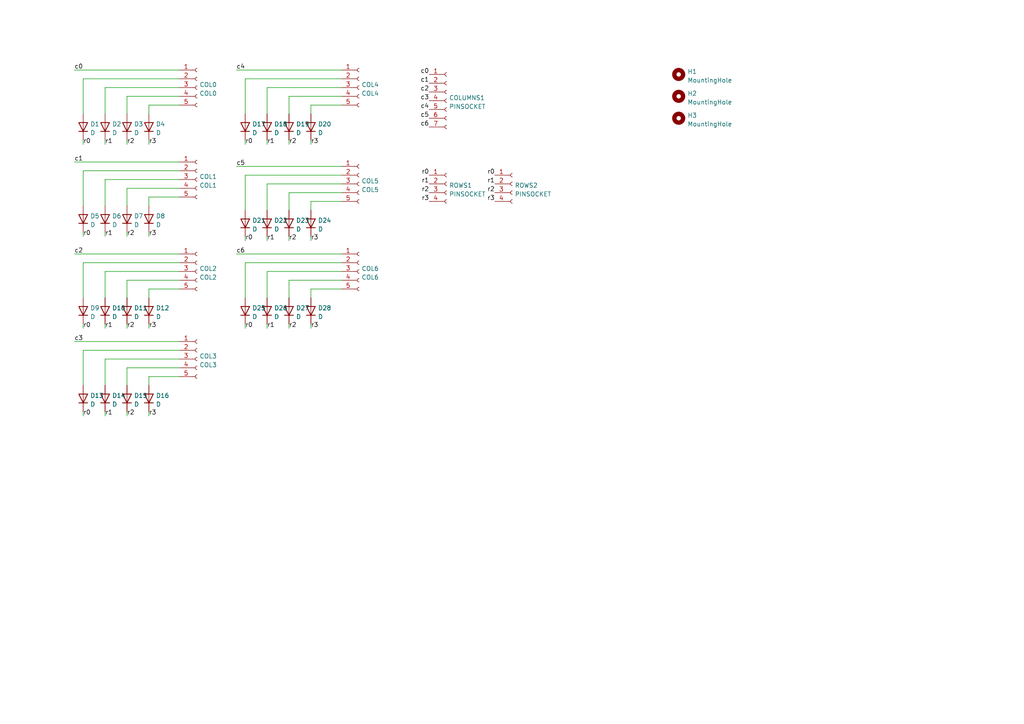
<source format=kicad_sch>
(kicad_sch (version 20211123) (generator eeschema)
  (paper "A4")
  (lib_symbols
    (symbol "Connector:Conn_01x04_Female" (pin_names (offset 1.016) hide)
      (property "Reference" "J" (at 0 5.08 0))
      (property "Value" "Conn_01x04_Female" (at 0 -7.62 0))
      (symbol "Conn_01x04_Female_1_1"
        (arc (start 0 -4.572) (mid -0.508 -5.08) (end 0 -5.588) (stroke (width 0.1524)))
        (arc (start 0 -2.032) (mid -0.508 -2.54) (end 0 -3.048) (stroke (width 0.1524)))
        (polyline (pts (xy -1.27 -5.08) (xy -0.508 -5.08)) (stroke (width 0.1524)))
        (polyline (pts (xy -1.27 -2.54) (xy -0.508 -2.54)) (stroke (width 0.1524)))
        (polyline (pts (xy -1.27 0) (xy -0.508 0)) (stroke (width 0.1524)))
        (polyline (pts (xy -1.27 2.54) (xy -0.508 2.54)) (stroke (width 0.1524)))
        (arc (start 0 0.508) (mid -0.508 0) (end 0 -0.508) (stroke (width 0.1524)))
        (arc (start 0 3.048) (mid -0.508 2.54) (end 0 2.032) (stroke (width 0.1524)))
        (pin passive line (at -5.08 2.54 0) (length 3.81) (name "Pin_1") (number "1"))
        (pin passive line (at -5.08 0 0) (length 3.81) (name "Pin_2") (number "2"))
        (pin passive line (at -5.08 -2.54 0) (length 3.81) (name "Pin_3") (number "3"))
        (pin passive line (at -5.08 -5.08 0) (length 3.81) (name "Pin_4") (number "4"))
      )
    )
    (symbol "Connector:Conn_01x05_Female" (pin_names (offset 1.016) hide)
      (property "Reference" "J" (at 0 7.62 0))
      (property "Value" "Conn_01x05_Female" (at 0 -7.62 0))
      (symbol "Conn_01x05_Female_1_1"
        (arc (start 0 -4.572) (mid -0.508 -5.08) (end 0 -5.588) (stroke (width 0.1524)))
        (arc (start 0 -2.032) (mid -0.508 -2.54) (end 0 -3.048) (stroke (width 0.1524)))
        (polyline (pts (xy -1.27 -5.08) (xy -0.508 -5.08)) (stroke (width 0.1524)))
        (polyline (pts (xy -1.27 -2.54) (xy -0.508 -2.54)) (stroke (width 0.1524)))
        (polyline (pts (xy -1.27 0) (xy -0.508 0)) (stroke (width 0.1524)))
        (polyline (pts (xy -1.27 2.54) (xy -0.508 2.54)) (stroke (width 0.1524)))
        (polyline (pts (xy -1.27 5.08) (xy -0.508 5.08)) (stroke (width 0.1524)))
        (arc (start 0 0.508) (mid -0.508 0) (end 0 -0.508) (stroke (width 0.1524)))
        (arc (start 0 3.048) (mid -0.508 2.54) (end 0 2.032) (stroke (width 0.1524)))
        (arc (start 0 5.588) (mid -0.508 5.08) (end 0 4.572) (stroke (width 0.1524)))
        (pin passive line (at -5.08 5.08 0) (length 3.81) (name "Pin_1") (number "1"))
        (pin passive line (at -5.08 2.54 0) (length 3.81) (name "Pin_2") (number "2"))
        (pin passive line (at -5.08 0 0) (length 3.81) (name "Pin_3") (number "3"))
        (pin passive line (at -5.08 -2.54 0) (length 3.81) (name "Pin_4") (number "4"))
        (pin passive line (at -5.08 -5.08 0) (length 3.81) (name "Pin_5") (number "5"))
      )
    )
    (symbol "Connector:Conn_01x07_Female" (pin_names (offset 1.016) hide)
      (property "Reference" "J" (at 0 10.16 0))
      (property "Value" "Conn_01x07_Female" (at 0 -10.16 0))
      (symbol "Conn_01x07_Female_1_1"
        (arc (start 0 -7.112) (mid -0.508 -7.62) (end 0 -8.128) (stroke (width 0.1524)))
        (arc (start 0 -4.572) (mid -0.508 -5.08) (end 0 -5.588) (stroke (width 0.1524)))
        (arc (start 0 -2.032) (mid -0.508 -2.54) (end 0 -3.048) (stroke (width 0.1524)))
        (polyline (pts (xy -1.27 -7.62) (xy -0.508 -7.62)) (stroke (width 0.1524)))
        (polyline (pts (xy -1.27 -5.08) (xy -0.508 -5.08)) (stroke (width 0.1524)))
        (polyline (pts (xy -1.27 -2.54) (xy -0.508 -2.54)) (stroke (width 0.1524)))
        (polyline (pts (xy -1.27 0) (xy -0.508 0)) (stroke (width 0.1524)))
        (polyline (pts (xy -1.27 2.54) (xy -0.508 2.54)) (stroke (width 0.1524)))
        (polyline (pts (xy -1.27 5.08) (xy -0.508 5.08)) (stroke (width 0.1524)))
        (polyline (pts (xy -1.27 7.62) (xy -0.508 7.62)) (stroke (width 0.1524)))
        (arc (start 0 0.508) (mid -0.508 0) (end 0 -0.508) (stroke (width 0.1524)))
        (arc (start 0 3.048) (mid -0.508 2.54) (end 0 2.032) (stroke (width 0.1524)))
        (arc (start 0 5.588) (mid -0.508 5.08) (end 0 4.572) (stroke (width 0.1524)))
        (arc (start 0 8.128) (mid -0.508 7.62) (end 0 7.112) (stroke (width 0.1524)))
        (pin passive line (at -5.08 7.62 0) (length 3.81) (name "Pin_1") (number "1"))
        (pin passive line (at -5.08 5.08 0) (length 3.81) (name "Pin_2") (number "2"))
        (pin passive line (at -5.08 2.54 0) (length 3.81) (name "Pin_3") (number "3"))
        (pin passive line (at -5.08 0 0) (length 3.81) (name "Pin_4") (number "4"))
        (pin passive line (at -5.08 -2.54 0) (length 3.81) (name "Pin_5") (number "5"))
        (pin passive line (at -5.08 -5.08 0) (length 3.81) (name "Pin_6") (number "6"))
        (pin passive line (at -5.08 -7.62 0) (length 3.81) (name "Pin_7") (number "7"))
      )
    )
    (symbol "Device:D" (pin_numbers hide) (pin_names (offset 1.016) hide)
      (property "Reference" "D" (at 0 2.54 0))
      (property "Value" "D" (at 0 -2.54 0))
      (symbol "D_0_1"
        (polyline (pts (xy -1.27 1.27) (xy -1.27 -1.27)) (stroke (width 0.254)))
        (polyline (pts (xy 1.27 0) (xy -1.27 0)))
        (polyline (pts (xy 1.27 1.27) (xy 1.27 -1.27) (xy -1.27 0) (xy 1.27 1.27)) (stroke (width 0.254)))
      )
      (symbol "D_1_1"
        (pin passive line (at -3.81 0 0) (length 2.54) (name "K") (number "1"))
        (pin passive line (at 3.81 0 180) (length 2.54) (name "A") (number "2"))
      )
    )
    (symbol "Mechanical:MountingHole" (pin_names (offset 1.016))
      (property "Reference" "H" (at 0 5.08 0))
      (property "Value" "MountingHole" (at 0 3.175 0))
      (symbol "MountingHole_0_1"
        (circle (center 0 0) (radius 1.27) (stroke (width 1.27)))
      )
    )
  )
  (wire (pts (xy 90.17 83.82) (xy 90.17 86.36)))
  (wire (pts (xy 43.18 30.48) (xy 43.18 33.02)))
  (wire (pts (xy 24.13 49.53) (xy 52.07 49.53)))
  (wire (pts (xy 83.82 81.28) (xy 83.82 86.36)))
  (wire (pts (xy 30.48 78.74) (xy 52.07 78.74)))
  (wire (pts (xy 43.18 93.98) (xy 43.18 95.25)))
  (wire (pts (xy 43.18 57.15) (xy 52.07 57.15)))
  (wire (pts (xy 36.83 67.31) (xy 36.83 68.58)))
  (wire (pts (xy 77.47 93.98) (xy 77.47 95.25)))
  (wire (pts (xy 30.48 104.14) (xy 52.07 104.14)))
  (wire (pts (xy 43.18 119.38) (xy 43.18 120.65)))
  (wire (pts (xy 30.48 67.31) (xy 30.48 68.58)))
  (wire (pts (xy 83.82 55.88) (xy 99.06 55.88)))
  (wire (pts (xy 30.48 93.98) (xy 30.48 95.25)))
  (wire (pts (xy 24.13 93.98) (xy 24.13 95.25)))
  (wire (pts (xy 24.13 101.6) (xy 24.13 111.76)))
  (wire (pts (xy 30.48 25.4) (xy 52.07 25.4)))
  (wire (pts (xy 43.18 40.64) (xy 43.18 41.91)))
  (wire (pts (xy 83.82 27.94) (xy 99.06 27.94)))
  (wire (pts (xy 71.12 68.58) (xy 71.12 69.85)))
  (wire (pts (xy 30.48 104.14) (xy 30.48 111.76)))
  (wire (pts (xy 24.13 76.2) (xy 52.07 76.2)))
  (wire (pts (xy 83.82 27.94) (xy 83.82 33.02)))
  (wire (pts (xy 83.82 93.98) (xy 83.82 95.25)))
  (wire (pts (xy 90.17 58.42) (xy 99.06 58.42)))
  (wire (pts (xy 77.47 25.4) (xy 77.47 33.02)))
  (wire (pts (xy 36.83 119.38) (xy 36.83 120.65)))
  (wire (pts (xy 36.83 93.98) (xy 36.83 95.25)))
  (wire (pts (xy 43.18 67.31) (xy 43.18 68.58)))
  (wire (pts (xy 43.18 83.82) (xy 52.07 83.82)))
  (wire (pts (xy 43.18 109.22) (xy 52.07 109.22)))
  (wire (pts (xy 36.83 54.61) (xy 52.07 54.61)))
  (wire (pts (xy 68.58 20.32) (xy 99.06 20.32)))
  (wire (pts (xy 71.12 50.8) (xy 99.06 50.8)))
  (wire (pts (xy 30.48 40.64) (xy 30.48 41.91)))
  (wire (pts (xy 43.18 57.15) (xy 43.18 59.69)))
  (wire (pts (xy 71.12 76.2) (xy 71.12 86.36)))
  (wire (pts (xy 83.82 68.58) (xy 83.82 69.85)))
  (wire (pts (xy 77.47 53.34) (xy 99.06 53.34)))
  (wire (pts (xy 77.47 78.74) (xy 99.06 78.74)))
  (wire (pts (xy 30.48 119.38) (xy 30.48 120.65)))
  (wire (pts (xy 21.59 20.32) (xy 52.07 20.32)))
  (wire (pts (xy 21.59 73.66) (xy 52.07 73.66)))
  (wire (pts (xy 83.82 81.28) (xy 99.06 81.28)))
  (wire (pts (xy 36.83 27.94) (xy 36.83 33.02)))
  (wire (pts (xy 43.18 30.48) (xy 52.07 30.48)))
  (wire (pts (xy 30.48 52.07) (xy 30.48 59.69)))
  (wire (pts (xy 90.17 83.82) (xy 99.06 83.82)))
  (wire (pts (xy 77.47 53.34) (xy 77.47 60.96)))
  (wire (pts (xy 21.59 46.99) (xy 52.07 46.99)))
  (wire (pts (xy 24.13 119.38) (xy 24.13 120.65)))
  (wire (pts (xy 36.83 106.68) (xy 36.83 111.76)))
  (wire (pts (xy 83.82 40.64) (xy 83.82 41.91)))
  (wire (pts (xy 24.13 22.86) (xy 24.13 33.02)))
  (wire (pts (xy 24.13 67.31) (xy 24.13 68.58)))
  (wire (pts (xy 68.58 48.26) (xy 99.06 48.26)))
  (wire (pts (xy 71.12 76.2) (xy 99.06 76.2)))
  (wire (pts (xy 90.17 58.42) (xy 90.17 60.96)))
  (wire (pts (xy 77.47 25.4) (xy 99.06 25.4)))
  (wire (pts (xy 77.47 68.58) (xy 77.47 69.85)))
  (wire (pts (xy 71.12 50.8) (xy 71.12 60.96)))
  (wire (pts (xy 83.82 55.88) (xy 83.82 60.96)))
  (wire (pts (xy 90.17 40.64) (xy 90.17 41.91)))
  (wire (pts (xy 24.13 49.53) (xy 24.13 59.69)))
  (wire (pts (xy 30.48 25.4) (xy 30.48 33.02)))
  (wire (pts (xy 90.17 93.98) (xy 90.17 95.25)))
  (wire (pts (xy 71.12 40.64) (xy 71.12 41.91)))
  (wire (pts (xy 36.83 54.61) (xy 36.83 59.69)))
  (wire (pts (xy 36.83 27.94) (xy 52.07 27.94)))
  (wire (pts (xy 30.48 52.07) (xy 52.07 52.07)))
  (wire (pts (xy 71.12 22.86) (xy 99.06 22.86)))
  (wire (pts (xy 71.12 22.86) (xy 71.12 33.02)))
  (wire (pts (xy 90.17 68.58) (xy 90.17 69.85)))
  (wire (pts (xy 24.13 40.64) (xy 24.13 41.91)))
  (wire (pts (xy 24.13 22.86) (xy 52.07 22.86)))
  (wire (pts (xy 90.17 30.48) (xy 99.06 30.48)))
  (wire (pts (xy 36.83 81.28) (xy 36.83 86.36)))
  (wire (pts (xy 77.47 40.64) (xy 77.47 41.91)))
  (wire (pts (xy 43.18 109.22) (xy 43.18 111.76)))
  (wire (pts (xy 68.58 73.66) (xy 99.06 73.66)))
  (wire (pts (xy 24.13 76.2) (xy 24.13 86.36)))
  (wire (pts (xy 36.83 40.64) (xy 36.83 41.91)))
  (wire (pts (xy 21.59 99.06) (xy 52.07 99.06)))
  (wire (pts (xy 36.83 81.28) (xy 52.07 81.28)))
  (wire (pts (xy 90.17 30.48) (xy 90.17 33.02)))
  (wire (pts (xy 77.47 78.74) (xy 77.47 86.36)))
  (wire (pts (xy 30.48 78.74) (xy 30.48 86.36)))
  (wire (pts (xy 36.83 106.68) (xy 52.07 106.68)))
  (wire (pts (xy 24.13 101.6) (xy 52.07 101.6)))
  (wire (pts (xy 71.12 93.98) (xy 71.12 95.25)))
  (wire (pts (xy 43.18 83.82) (xy 43.18 86.36)))
  (label "r3" (at 43.18 68.58 0))
  (label "c0" (at 21.59 20.32 0))
  (label "r2" (at 83.82 41.91 0))
  (label "r2" (at 143.51 55.88 180))
  (label "c5" (at 68.58 48.26 0))
  (label "r0" (at 71.12 69.85 0))
  (label "r2" (at 36.83 68.58 0))
  (label "r1" (at 77.47 69.85 0))
  (label "c6" (at 68.58 73.66 0))
  (label "r3" (at 124.46 58.42 180))
  (label "r0" (at 71.12 41.91 0))
  (label "r2" (at 36.83 41.91 0))
  (label "c2" (at 21.59 73.66 0))
  (label "r0" (at 71.12 95.25 0))
  (label "r3" (at 43.18 95.25 0))
  (label "r3" (at 143.51 58.42 180))
  (label "c4" (at 68.58 20.32 0))
  (label "r0" (at 24.13 95.25 0))
  (label "c0" (at 124.46 21.59 180))
  (label "r0" (at 124.46 50.8 180))
  (label "r2" (at 83.82 95.25 0))
  (label "r3" (at 43.18 120.65 0))
  (label "r1" (at 30.48 120.65 0))
  (label "r3" (at 90.17 95.25 0))
  (label "r3" (at 90.17 41.91 0))
  (label "c5" (at 124.46 34.29 180))
  (label "r0" (at 24.13 120.65 0))
  (label "r2" (at 36.83 120.65 0))
  (label "c1" (at 21.59 46.99 0))
  (label "r0" (at 143.51 50.8 180))
  (label "r0" (at 24.13 41.91 0))
  (label "r2" (at 36.83 95.25 0))
  (label "r1" (at 30.48 68.58 0))
  (label "c6" (at 124.46 36.83 180))
  (label "c4" (at 124.46 31.75 180))
  (label "r2" (at 124.46 55.88 180))
  (label "r2" (at 83.82 69.85 0))
  (label "r1" (at 77.47 95.25 0))
  (label "r1" (at 143.51 53.34 180))
  (label "r1" (at 30.48 95.25 0))
  (label "c1" (at 124.46 24.13 180))
  (label "c3" (at 21.59 99.06 0))
  (label "c3" (at 124.46 29.21 180))
  (label "c2" (at 124.46 26.67 180))
  (label "r3" (at 43.18 41.91 0))
  (label "r1" (at 77.47 41.91 0))
  (label "r0" (at 24.13 68.58 0))
  (label "r1" (at 124.46 53.34 180))
  (label "r3" (at 90.17 69.85 0))
  (label "r1" (at 30.48 41.91 0))
  (symbol (lib_id "Device:D") (at 30.48 63.5 270) (mirror x) (unit 1)
    (property "Reference" "D6" (at 32.512 62.6653 90) (effects (justify left)))
    (property "Value" "D" (at 32.512 65.2022 90) (effects (justify left)))
    (property "Footprint" "Library:Diode" (effects hide))
  )
  (symbol (lib_id "Device:D") (at 77.47 36.83 270) (mirror x) (unit 1)
    (property "Reference" "D18" (at 79.502 35.9953 90) (effects (justify left)))
    (property "Value" "D" (at 79.502 38.5322 90) (effects (justify left)))
    (property "Footprint" "Library:Diode" (effects hide))
  )
  (symbol (lib_id "Device:D") (at 36.83 36.83 270) (mirror x) (unit 1)
    (property "Reference" "D3" (at 38.862 35.9953 90) (effects (justify left)))
    (property "Value" "D" (at 38.862 38.5322 90) (effects (justify left)))
    (property "Footprint" "Library:Diode" (effects hide))
  )
  (symbol (lib_id "Device:D") (at 90.17 64.77 270) (mirror x) (unit 1)
    (property "Reference" "D24" (at 92.202 63.9353 90) (effects (justify left)))
    (property "Value" "D" (at 92.202 66.4722 90) (effects (justify left)))
    (property "Footprint" "Library:Diode" (effects hide))
  )
  (symbol (lib_id "Connector:Conn_01x05_Female") (at 104.14 78.74 0) (unit 1)
    (property "Reference" "COL6" (at 104.8512 77.9053 0) (effects (justify left)))
    (property "Value" "COL6" (at 104.8512 80.4422 0) (effects (justify left)))
    (property "Footprint" "Library:PinHeader_1x05_P2.54mm_Vertical" (effects hide))
  )
  (symbol (lib_id "Device:D") (at 43.18 115.57 270) (mirror x) (unit 1)
    (property "Reference" "D16" (at 45.212 114.7353 90) (effects (justify left)))
    (property "Value" "D" (at 45.212 117.2722 90) (effects (justify left)))
    (property "Footprint" "Library:Diode" (effects hide))
  )
  (symbol (lib_id "Device:D") (at 43.18 63.5 270) (mirror x) (unit 1)
    (property "Reference" "D8" (at 45.212 62.6653 90) (effects (justify left)))
    (property "Value" "D" (at 45.212 65.2022 90) (effects (justify left)))
    (property "Footprint" "Library:Diode" (effects hide))
  )
  (symbol (lib_id "Device:D") (at 77.47 64.77 270) (mirror x) (unit 1)
    (property "Reference" "D22" (at 79.502 63.9353 90) (effects (justify left)))
    (property "Value" "D" (at 79.502 66.4722 90) (effects (justify left)))
    (property "Footprint" "Library:Diode" (effects hide))
  )
  (symbol (lib_id "Device:D") (at 36.83 90.17 270) (mirror x) (unit 1)
    (property "Reference" "D11" (at 38.862 89.3353 90) (effects (justify left)))
    (property "Value" "D" (at 38.862 91.8722 90) (effects (justify left)))
    (property "Footprint" "Library:Diode" (effects hide))
  )
  (symbol (lib_id "Mechanical:MountingHole") (at 196.85 21.59 0) (unit 1)
    (property "Reference" "H1" (at 199.39 20.7553 0) (effects (justify left)))
    (property "Value" "MountingHole" (at 199.39 23.2922 0) (effects (justify left)))
    (property "Footprint" "MountingHole:MountingHole_2.2mm_M2_DIN965" (effects hide))
  )
  (symbol (lib_id "Connector:Conn_01x07_Female") (at 129.54 29.21 0) (unit 1)
    (property "Reference" "COLUMNS1" (at 130.2512 28.3753 0) (effects (justify left)))
    (property "Value" "PINSOCKET" (at 130.2512 30.9122 0) (effects (justify left)))
    (property "Footprint" "Connector_PinHeader_2.54mm:PinHeader_1x07_P2.54mm_Vertical" (effects hide))
  )
  (symbol (lib_id "Device:D") (at 24.13 63.5 270) (mirror x) (unit 1)
    (property "Reference" "D5" (at 26.162 62.6653 90) (effects (justify left)))
    (property "Value" "D" (at 26.162 65.2022 90) (effects (justify left)))
    (property "Footprint" "Library:Diode" (effects hide))
  )
  (symbol (lib_id "Device:D") (at 24.13 115.57 270) (mirror x) (unit 1)
    (property "Reference" "D13" (at 26.162 114.7353 90) (effects (justify left)))
    (property "Value" "D" (at 26.162 117.2722 90) (effects (justify left)))
    (property "Footprint" "Library:Diode" (effects hide))
  )
  (symbol (lib_id "Device:D") (at 43.18 36.83 270) (mirror x) (unit 1)
    (property "Reference" "D4" (at 45.212 35.9953 90) (effects (justify left)))
    (property "Value" "D" (at 45.212 38.5322 90) (effects (justify left)))
    (property "Footprint" "Library:Diode" (effects hide))
  )
  (symbol (lib_id "Device:D") (at 71.12 36.83 270) (mirror x) (unit 1)
    (property "Reference" "D17" (at 73.152 35.9953 90) (effects (justify left)))
    (property "Value" "D" (at 73.152 38.5322 90) (effects (justify left)))
    (property "Footprint" "Library:Diode" (effects hide))
  )
  (symbol (lib_id "Device:D") (at 43.18 90.17 270) (mirror x) (unit 1)
    (property "Reference" "D12" (at 45.212 89.3353 90) (effects (justify left)))
    (property "Value" "D" (at 45.212 91.8722 90) (effects (justify left)))
    (property "Footprint" "Library:Diode" (effects hide))
  )
  (symbol (lib_id "Connector:Conn_01x04_Female") (at 148.59 53.34 0) (unit 1)
    (property "Reference" "ROWS2" (at 149.3012 53.7753 0) (effects (justify left)))
    (property "Value" "PINSOCKET" (at 149.3012 56.3122 0) (effects (justify left)))
    (property "Footprint" "Library:PinSocket_1x04_P2.54mm_Vertical_LongPads" (effects hide))
  )
  (symbol (lib_id "Device:D") (at 36.83 63.5 270) (mirror x) (unit 1)
    (property "Reference" "D7" (at 38.862 62.6653 90) (effects (justify left)))
    (property "Value" "D" (at 38.862 65.2022 90) (effects (justify left)))
    (property "Footprint" "Library:Diode" (effects hide))
  )
  (symbol (lib_id "Connector:Conn_01x05_Female") (at 57.15 78.74 0) (unit 1)
    (property "Reference" "COL2" (at 57.8612 77.9053 0) (effects (justify left)))
    (property "Value" "COL2" (at 57.8612 80.4422 0) (effects (justify left)))
    (property "Footprint" "Library:PinHeader_1x05_P2.54mm_Vertical" (effects hide))
  )
  (symbol (lib_id "Device:D") (at 90.17 36.83 270) (mirror x) (unit 1)
    (property "Reference" "D20" (at 92.202 35.9953 90) (effects (justify left)))
    (property "Value" "D" (at 92.202 38.5322 90) (effects (justify left)))
    (property "Footprint" "Library:Diode" (effects hide))
  )
  (symbol (lib_id "Device:D") (at 24.13 90.17 270) (mirror x) (unit 1)
    (property "Reference" "D9" (at 26.162 89.3353 90) (effects (justify left)))
    (property "Value" "D" (at 26.162 91.8722 90) (effects (justify left)))
    (property "Footprint" "Library:Diode" (effects hide))
  )
  (symbol (lib_id "Device:D") (at 71.12 64.77 270) (mirror x) (unit 1)
    (property "Reference" "D21" (at 73.152 63.9353 90) (effects (justify left)))
    (property "Value" "D" (at 73.152 66.4722 90) (effects (justify left)))
    (property "Footprint" "Library:Diode" (effects hide))
  )
  (symbol (lib_id "Device:D") (at 83.82 36.83 270) (mirror x) (unit 1)
    (property "Reference" "D19" (at 85.852 35.9953 90) (effects (justify left)))
    (property "Value" "D" (at 85.852 38.5322 90) (effects (justify left)))
    (property "Footprint" "Library:Diode" (effects hide))
  )
  (symbol (lib_id "Device:D") (at 30.48 115.57 270) (mirror x) (unit 1)
    (property "Reference" "D14" (at 32.512 114.7353 90) (effects (justify left)))
    (property "Value" "D" (at 32.512 117.2722 90) (effects (justify left)))
    (property "Footprint" "Library:Diode" (effects hide))
  )
  (symbol (lib_id "Connector:Conn_01x05_Female") (at 104.14 53.34 0) (unit 1)
    (property "Reference" "COL5" (at 104.8512 52.5053 0) (effects (justify left)))
    (property "Value" "COL5" (at 104.8512 55.0422 0) (effects (justify left)))
    (property "Footprint" "Library:PinHeader_1x05_P2.54mm_Vertical" (effects hide))
  )
  (symbol (lib_id "Device:D") (at 90.17 90.17 270) (mirror x) (unit 1)
    (property "Reference" "D28" (at 92.202 89.3353 90) (effects (justify left)))
    (property "Value" "D" (at 92.202 91.8722 90) (effects (justify left)))
    (property "Footprint" "Library:Diode" (effects hide))
  )
  (symbol (lib_id "Mechanical:MountingHole") (at 196.85 27.94 0) (unit 1)
    (property "Reference" "H2" (at 199.39 27.1053 0) (effects (justify left)))
    (property "Value" "MountingHole" (at 199.39 29.6422 0) (effects (justify left)))
    (property "Footprint" "MountingHole:MountingHole_2.2mm_M2_DIN965" (effects hide))
  )
  (symbol (lib_id "Connector:Conn_01x04_Female") (at 129.54 53.34 0) (unit 1)
    (property "Reference" "ROWS1" (at 130.2512 53.7753 0) (effects (justify left)))
    (property "Value" "PINSOCKET" (at 130.2512 56.3122 0) (effects (justify left)))
    (property "Footprint" "Library:PinSocket_1x04_P2.54mm_Vertical_LongPads" (effects hide))
  )
  (symbol (lib_id "Connector:Conn_01x05_Female") (at 57.15 104.14 0) (unit 1)
    (property "Reference" "COL3" (at 57.8612 103.3053 0) (effects (justify left)))
    (property "Value" "COL3" (at 57.8612 105.8422 0) (effects (justify left)))
    (property "Footprint" "Library:PinHeader_1x05_P2.54mm_Vertical" (effects hide))
  )
  (symbol (lib_id "Mechanical:MountingHole") (at 196.85 34.29 0) (unit 1)
    (property "Reference" "H3" (at 199.39 33.4553 0) (effects (justify left)))
    (property "Value" "MountingHole" (at 199.39 35.9922 0) (effects (justify left)))
    (property "Footprint" "MountingHole:MountingHole_2.2mm_M2_DIN965" (effects hide))
  )
  (symbol (lib_id "Device:D") (at 30.48 36.83 270) (mirror x) (unit 1)
    (property "Reference" "D2" (at 32.512 35.9953 90) (effects (justify left)))
    (property "Value" "D" (at 32.512 38.5322 90) (effects (justify left)))
    (property "Footprint" "Library:Diode" (effects hide))
  )
  (symbol (lib_id "Device:D") (at 77.47 90.17 270) (mirror x) (unit 1)
    (property "Reference" "D26" (at 79.502 89.3353 90) (effects (justify left)))
    (property "Value" "D" (at 79.502 91.8722 90) (effects (justify left)))
    (property "Footprint" "Library:Diode" (effects hide))
  )
  (symbol (lib_id "Device:D") (at 83.82 64.77 270) (mirror x) (unit 1)
    (property "Reference" "D23" (at 85.852 63.9353 90) (effects (justify left)))
    (property "Value" "D" (at 85.852 66.4722 90) (effects (justify left)))
    (property "Footprint" "Library:Diode" (effects hide))
  )
  (symbol (lib_id "Connector:Conn_01x05_Female") (at 104.14 25.4 0) (unit 1)
    (property "Reference" "COL4" (at 104.8512 24.5653 0) (effects (justify left)))
    (property "Value" "COL4" (at 104.8512 27.1022 0) (effects (justify left)))
    (property "Footprint" "Library:PinHeader_1x05_P2.54mm_Vertical" (effects hide))
  )
  (symbol (lib_id "Device:D") (at 83.82 90.17 270) (mirror x) (unit 1)
    (property "Reference" "D27" (at 85.852 89.3353 90) (effects (justify left)))
    (property "Value" "D" (at 85.852 91.8722 90) (effects (justify left)))
    (property "Footprint" "Library:Diode" (effects hide))
  )
  (symbol (lib_id "Device:D") (at 36.83 115.57 270) (mirror x) (unit 1)
    (property "Reference" "D15" (at 38.862 114.7353 90) (effects (justify left)))
    (property "Value" "D" (at 38.862 117.2722 90) (effects (justify left)))
    (property "Footprint" "Library:Diode" (effects hide))
  )
  (symbol (lib_id "Connector:Conn_01x05_Female") (at 57.15 25.4 0) (unit 1)
    (property "Reference" "COL0" (at 57.8612 24.5653 0) (effects (justify left)))
    (property "Value" "COL0" (at 57.8612 27.1022 0) (effects (justify left)))
    (property "Footprint" "Library:PinHeader_1x05_P2.54mm_Vertical" (effects hide))
  )
  (symbol (lib_id "Device:D") (at 30.48 90.17 270) (mirror x) (unit 1)
    (property "Reference" "D10" (at 32.512 89.3353 90) (effects (justify left)))
    (property "Value" "D" (at 32.512 91.8722 90) (effects (justify left)))
    (property "Footprint" "Library:Diode" (effects hide))
  )
  (symbol (lib_id "Device:D") (at 24.13 36.83 270) (mirror x) (unit 1)
    (property "Reference" "D1" (at 26.162 35.9953 90) (effects (justify left)))
    (property "Value" "D" (at 26.162 38.5322 90) (effects (justify left)))
    (property "Footprint" "Library:Diode" (effects hide))
  )
  (symbol (lib_id "Connector:Conn_01x05_Female") (at 57.15 52.07 0) (unit 1)
    (property "Reference" "COL1" (at 57.8612 51.2353 0) (effects (justify left)))
    (property "Value" "COL1" (at 57.8612 53.7722 0) (effects (justify left)))
    (property "Footprint" "Library:PinHeader_1x05_P2.54mm_Vertical" (effects hide))
  )
  (symbol (lib_id "Device:D") (at 71.12 90.17 270) (mirror x) (unit 1)
    (property "Reference" "D25" (at 73.152 89.3353 90) (effects (justify left)))
    (property "Value" "D" (at 73.152 91.8722 90) (effects (justify left)))
    (property "Footprint" "Library:Diode" (effects hide))
  )
)
</source>
